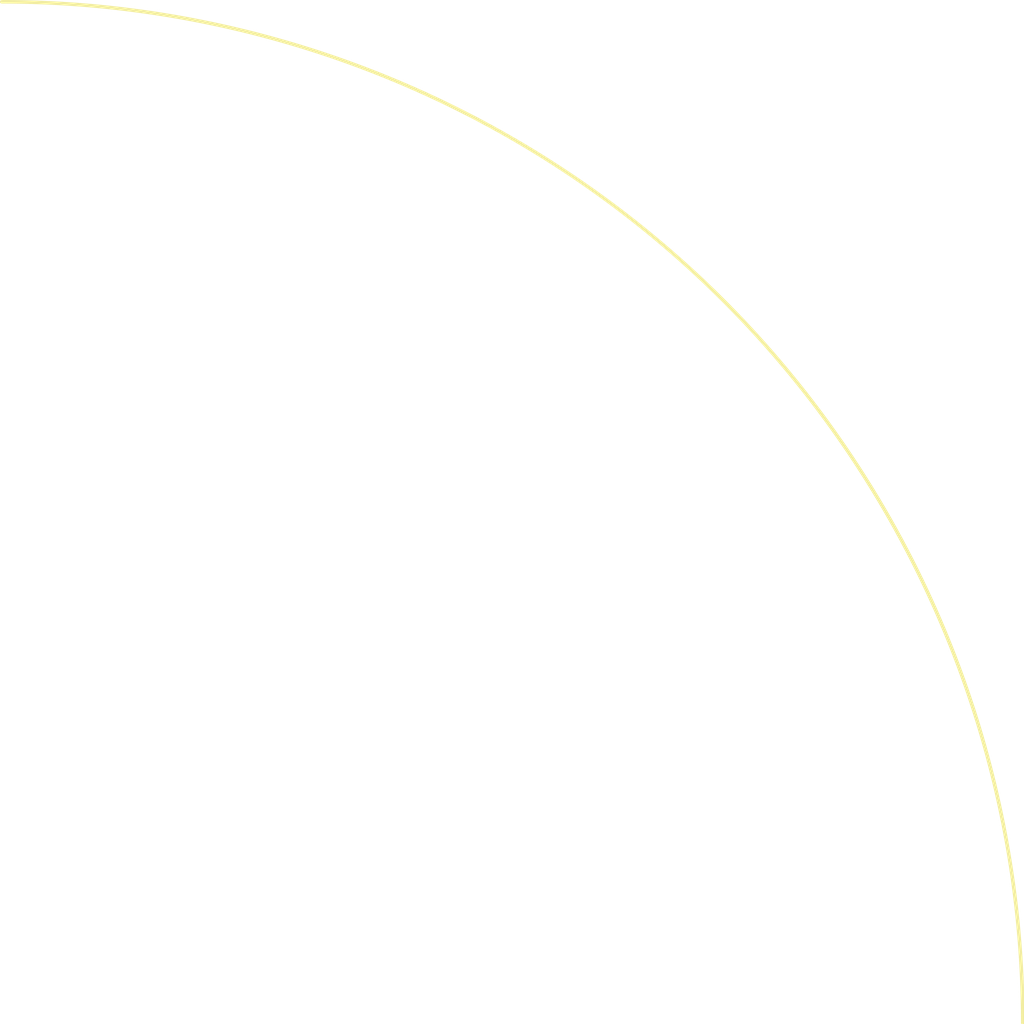
<source format=kicad_pcb>
(kicad_pcb (version 20210722) (generator pcbnew)

  (general
    (thickness 1.6)
  )

  (paper "A4")
  (layers
    (0 "F.Cu" signal)
    (31 "B.Cu" signal)
    (32 "B.Adhes" user "B.Adhesive")
    (33 "F.Adhes" user "F.Adhesive")
    (34 "B.Paste" user)
    (35 "F.Paste" user)
    (36 "B.SilkS" user "B.Silkscreen")
    (37 "F.SilkS" user "F.Silkscreen")
    (38 "B.Mask" user)
    (39 "F.Mask" user)
    (40 "Dwgs.User" user "User.Drawings")
    (41 "Cmts.User" user "User.Comments")
    (42 "Eco1.User" user "User.Eco1")
    (43 "Eco2.User" user "User.Eco2")
    (44 "Edge.Cuts" user)
    (45 "Margin" user)
    (46 "B.CrtYd" user "B.Courtyard")
    (47 "F.CrtYd" user "F.Courtyard")
    (48 "B.Fab" user)
    (49 "F.Fab" user)
    (50 "User.1" user)
    (51 "User.2" user)
    (52 "User.3" user)
    (53 "User.4" user)
    (54 "User.5" user)
    (55 "User.6" user)
    (56 "User.7" user)
    (57 "User.8" user)
    (58 "User.9" user)
  )

  (setup
    (pad_to_mask_clearance 0)
    (pcbplotparams
      (layerselection 0x00010fc_ffffffff)
      (disableapertmacros false)
      (usegerberextensions false)
      (usegerberattributes true)
      (usegerberadvancedattributes true)
      (creategerberjobfile true)
      (svguseinch false)
      (svgprecision 6)
      (excludeedgelayer true)
      (plotframeref false)
      (viasonmask false)
      (mode 1)
      (useauxorigin false)
      (hpglpennumber 1)
      (hpglpenspeed 20)
      (hpglpendiameter 15.000000)
      (dxfpolygonmode true)
      (dxfimperialunits true)
      (dxfusepcbnewfont true)
      (psnegative false)
      (psa4output false)
      (plotreference true)
      (plotvalue true)
      (plotinvisibletext false)
      (sketchpadsonfab false)
      (subtractmaskfromsilk false)
      (outputformat 1)
      (mirror false)
      (drillshape 1)
      (scaleselection 1)
      (outputdirectory "")
    )
  )

  (net 0 "")

  (gr_arc (start 115.57 132.08) (end 149.86 132.08) (angle -90) (layer "F.SilkS") (width 0.12) (tstamp d727aa9b-fc0e-465a-b490-7738df41c2d4))

)

</source>
